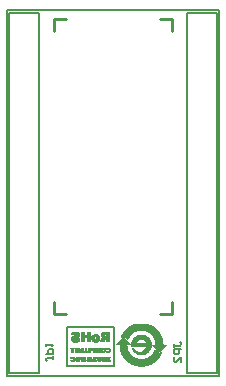
<source format=gbo>
*
%LPD*%
%LNMS 2x2D12 Adapter to DIL24_Rev1.0.GBO*%
%FSLAX24Y24*%
%MOIN*%
%AD*%
%ADD10C,0.00787*%
%ADD14C,0.01*%
%ADD37C,0.0015*%
%ADD39C,0.0063*%
%ADD40C,0.007*%
G54D10*
%SRX1Y1I0.0J0.0*%
G1X6409Y-5750D2*
G1X6409Y5500D1*
G1X6409Y-6500D2*
G1X6409Y-5750D1*
G1X5409Y-6500D2*
G1X6409Y-6500D1*
G1X5409Y-6500D2*
G1X5409Y5500D1*
G1X6409Y5500D1*
G1X-500Y-6500D2*
G1X-500Y4750D1*
G1X-500Y5500D1*
G1X500Y5500D1*
G1X500Y-6500D2*
G1X500Y5500D1*
G1X-500Y-6500D2*
G1X500Y-6500D1*
G1X986Y-4546D2*
G54D14*
G1X1379Y-4546D1*
G1X986Y-4546D2*
G1X986Y-4152D1*
G1X4529Y-4546D2*
G1X4923Y-4546D1*
G1X4923Y-4152D1*
G1X4923Y4903D2*
G1X4923Y5297D1*
G1X4529Y5297D2*
G1X4923Y5297D1*
G1X986Y5297D2*
G1X1379Y5297D1*
G1X986Y4903D2*
G1X986Y5297D1*
G1X3421Y-6097D2*
G54D37*
G1X4361Y-6097D1*
G1X3411Y-6087D2*
G1X4371Y-6087D1*
G1X3401Y-6077D2*
G1X4381Y-6077D1*
G1X3391Y-6067D2*
G1X4391Y-6067D1*
G1X3381Y-6057D2*
G1X4401Y-6057D1*
G1X3371Y-6047D2*
G1X3881Y-6047D1*
G1X3901Y-6047D2*
G1X4411Y-6047D1*
G1X3361Y-6037D2*
G1X3791Y-6037D1*
G1X3991Y-6037D2*
G1X4421Y-6037D1*
G1X3351Y-6027D2*
G1X3761Y-6027D1*
G1X4031Y-6027D2*
G1X4431Y-6027D1*
G1X3341Y-6017D2*
G1X3721Y-6017D1*
G1X4061Y-6017D2*
G1X4441Y-6017D1*
G1X3331Y-6007D2*
G1X3691Y-6007D1*
G1X4091Y-6007D2*
G1X4451Y-6007D1*
G1X3321Y-5997D2*
G1X3671Y-5997D1*
G1X4101Y-5997D2*
G1X4461Y-5997D1*
G1X3321Y-5987D2*
G1X3651Y-5987D1*
G1X4121Y-5987D2*
G1X4461Y-5987D1*
G1X3311Y-5977D2*
G1X3641Y-5977D1*
G1X4141Y-5977D2*
G1X4471Y-5977D1*
G1X3301Y-5967D2*
G1X3621Y-5967D1*
G1X4161Y-5967D2*
G1X4481Y-5967D1*
G1X3301Y-5957D2*
G1X3601Y-5957D1*
G1X4171Y-5957D2*
G1X4481Y-5957D1*
G1X3291Y-5947D2*
G1X3591Y-5947D1*
G1X4191Y-5947D2*
G1X4491Y-5947D1*
G1X3281Y-5937D2*
G1X3581Y-5937D1*
G1X4201Y-5937D2*
G1X4501Y-5937D1*
G1X3281Y-5927D2*
G1X3571Y-5927D1*
G1X4211Y-5927D2*
G1X4501Y-5927D1*
G1X3271Y-5917D2*
G1X3561Y-5917D1*
G1X4231Y-5917D2*
G1X4511Y-5917D1*
G1X3261Y-5907D2*
G1X3551Y-5907D1*
G1X4231Y-5907D2*
G1X4521Y-5907D1*
G1X3261Y-5897D2*
G1X3531Y-5897D1*
G1X4251Y-5897D2*
G1X4521Y-5897D1*
G1X3251Y-5887D2*
G1X3531Y-5887D1*
G1X3861Y-5887D2*
G1X3911Y-5887D1*
G1X4251Y-5887D2*
G1X4531Y-5887D1*
G1X3251Y-5877D2*
G1X3521Y-5877D1*
G1X3801Y-5877D2*
G1X3981Y-5877D1*
G1X4261Y-5877D2*
G1X4531Y-5877D1*
G1X3241Y-5867D2*
G1X3511Y-5867D1*
G1X3771Y-5867D2*
G1X4011Y-5867D1*
G1X4271Y-5867D2*
G1X4541Y-5867D1*
G1X3241Y-5857D2*
G1X3501Y-5857D1*
G1X3751Y-5857D2*
G1X4031Y-5857D1*
G1X4281Y-5857D2*
G1X4541Y-5857D1*
G1X3231Y-5847D2*
G1X3491Y-5847D1*
G1X3731Y-5847D2*
G1X4051Y-5847D1*
G1X4291Y-5847D2*
G1X4481Y-5847D1*
G1X4501Y-5847D2*
G1X4551Y-5847D1*
G1X3231Y-5837D2*
G1X3491Y-5837D1*
G1X3711Y-5837D2*
G1X4061Y-5837D1*
G1X4291Y-5837D2*
G1X4471Y-5837D1*
G1X4511Y-5837D2*
G1X4551Y-5837D1*
G1X3221Y-5827D2*
G1X3481Y-5827D1*
G1X3701Y-5827D2*
G1X4081Y-5827D1*
G1X4301Y-5827D2*
G1X4461Y-5827D1*
G1X4521Y-5827D2*
G1X4551Y-5827D1*
G1X3221Y-5817D2*
G1X3481Y-5817D1*
G1X3691Y-5817D2*
G1X4091Y-5817D1*
G1X4311Y-5817D2*
G1X4451Y-5817D1*
G1X4531Y-5817D2*
G1X4561Y-5817D1*
G1X3221Y-5807D2*
G1X3471Y-5807D1*
G1X3681Y-5807D2*
G1X4101Y-5807D1*
G1X4311Y-5807D2*
G1X4441Y-5807D1*
G1X4541Y-5807D2*
G1X4561Y-5807D1*
G1X3221Y-5797D2*
G1X3461Y-5797D1*
G1X3661Y-5797D2*
G1X3811Y-5797D1*
G1X3851Y-5797D2*
G1X4111Y-5797D1*
G1X4321Y-5797D2*
G1X4431Y-5797D1*
G1X4551Y-5797D2*
G1X4561Y-5797D1*
G1X3211Y-5787D2*
G1X3451Y-5787D1*
G1X3651Y-5787D2*
G1X3751Y-5787D1*
G1X3911Y-5787D2*
G1X4131Y-5787D1*
G1X4321Y-5787D2*
G1X4421Y-5787D1*
G1X4481Y-5787D2*
G1X4501Y-5787D1*
G1X3211Y-5777D2*
G1X3451Y-5777D1*
G1X3641Y-5777D2*
G1X3731Y-5777D1*
G1X3931Y-5777D2*
G1X4131Y-5777D1*
G1X4331Y-5777D2*
G1X4411Y-5777D1*
G1X4471Y-5777D2*
G1X4511Y-5777D1*
G1X3201Y-5767D2*
G1X3451Y-5767D1*
G1X3631Y-5767D2*
G1X3711Y-5767D1*
G1X3961Y-5767D2*
G1X4141Y-5767D1*
G1X4331Y-5767D2*
G1X4401Y-5767D1*
G1X4461Y-5767D2*
G1X4521Y-5767D1*
G1X3201Y-5757D2*
G1X3441Y-5757D1*
G1X3631Y-5757D2*
G1X3691Y-5757D1*
G1X3971Y-5757D2*
G1X4151Y-5757D1*
G1X4341Y-5757D2*
G1X4391Y-5757D1*
G1X4451Y-5757D2*
G1X4531Y-5757D1*
G1X3201Y-5747D2*
G1X3441Y-5747D1*
G1X3621Y-5747D2*
G1X3681Y-5747D1*
G1X3981Y-5747D2*
G1X4161Y-5747D1*
G1X4341Y-5747D2*
G1X4381Y-5747D1*
G1X4441Y-5747D2*
G1X4541Y-5747D1*
G1X3191Y-5737D2*
G1X3431Y-5737D1*
G1X3611Y-5737D2*
G1X3671Y-5737D1*
G1X3991Y-5737D2*
G1X4161Y-5737D1*
G1X4351Y-5737D2*
G1X4371Y-5737D1*
G1X4431Y-5737D2*
G1X4551Y-5737D1*
G1X3191Y-5727D2*
G1X3431Y-5727D1*
G1X3611Y-5727D2*
G1X3661Y-5727D1*
G1X4001Y-5727D2*
G1X4171Y-5727D1*
G1X4421Y-5727D2*
G1X4561Y-5727D1*
G1X3191Y-5717D2*
G1X3431Y-5717D1*
G1X3601Y-5717D2*
G1X3651Y-5717D1*
G1X4011Y-5717D2*
G1X4181Y-5717D1*
G1X4411Y-5717D2*
G1X4571Y-5717D1*
G1X3191Y-5707D2*
G1X3421Y-5707D1*
G1X3601Y-5707D2*
G1X3641Y-5707D1*
G1X4021Y-5707D2*
G1X4181Y-5707D1*
G1X4391Y-5707D2*
G1X4581Y-5707D1*
G1X3191Y-5697D2*
G1X3421Y-5697D1*
G1X3591Y-5697D2*
G1X3631Y-5697D1*
G1X4031Y-5697D2*
G1X4191Y-5697D1*
G1X4391Y-5697D2*
G1X4591Y-5697D1*
G1X3191Y-5687D2*
G1X3421Y-5687D1*
G1X3591Y-5687D2*
G1X3631Y-5687D1*
G1X4041Y-5687D2*
G1X4191Y-5687D1*
G1X4381Y-5687D2*
G1X4601Y-5687D1*
G1X3181Y-5677D2*
G1X3411Y-5677D1*
G1X4041Y-5677D2*
G1X4191Y-5677D1*
G1X4371Y-5677D2*
G1X4611Y-5677D1*
G1X3181Y-5667D2*
G1X3411Y-5667D1*
G1X4051Y-5667D2*
G1X4201Y-5667D1*
G1X4361Y-5667D2*
G1X4621Y-5667D1*
G1X3181Y-5657D2*
G1X3411Y-5657D1*
G1X4051Y-5657D2*
G1X4201Y-5657D1*
G1X4351Y-5657D2*
G1X4631Y-5657D1*
G1X3181Y-5647D2*
G1X3411Y-5647D1*
G1X4061Y-5647D2*
G1X4201Y-5647D1*
G1X4341Y-5647D2*
G1X4641Y-5647D1*
G1X3181Y-5637D2*
G1X3411Y-5637D1*
G1X4061Y-5637D2*
G1X4211Y-5637D1*
G1X4331Y-5637D2*
G1X4651Y-5637D1*
G1X3181Y-5627D2*
G1X3411Y-5627D1*
G1X4061Y-5627D2*
G1X4211Y-5627D1*
G1X4321Y-5627D2*
G1X4661Y-5627D1*
G1X3181Y-5617D2*
G1X3401Y-5617D1*
G1X4071Y-5617D2*
G1X4211Y-5617D1*
G1X4311Y-5617D2*
G1X4671Y-5617D1*
G1X3181Y-5607D2*
G1X3401Y-5607D1*
G1X3571Y-5607D2*
G1X4211Y-5607D1*
G1X4301Y-5607D2*
G1X4681Y-5607D1*
G1X3181Y-5597D2*
G1X3401Y-5597D1*
G1X3561Y-5597D2*
G1X4211Y-5597D1*
G1X4291Y-5597D2*
G1X4691Y-5597D1*
G1X3181Y-5587D2*
G1X3401Y-5587D1*
G1X3561Y-5587D2*
G1X4221Y-5587D1*
G1X4281Y-5587D2*
G1X4691Y-5587D1*
G1X3181Y-5577D2*
G1X3401Y-5577D1*
G1X3561Y-5577D2*
G1X4221Y-5577D1*
G1X4281Y-5577D2*
G1X4701Y-5577D1*
G1X3181Y-5567D2*
G1X3401Y-5567D1*
G1X3561Y-5567D2*
G1X4221Y-5567D1*
G1X4271Y-5567D2*
G1X4711Y-5567D1*
G1X3171Y-5557D2*
G1X3401Y-5557D1*
G1X3561Y-5557D2*
G1X4221Y-5557D1*
G1X4371Y-5557D2*
G1X4611Y-5557D1*
G1X3071Y-5547D2*
G1X3521Y-5547D1*
G1X3561Y-5547D2*
G1X4221Y-5547D1*
G1X4381Y-5547D2*
G1X4601Y-5547D1*
G1X3071Y-5537D2*
G1X3521Y-5537D1*
G1X3561Y-5537D2*
G1X4221Y-5537D1*
G1X4381Y-5537D2*
G1X4601Y-5537D1*
G1X3081Y-5527D2*
G1X3501Y-5527D1*
G1X3561Y-5527D2*
G1X4211Y-5527D1*
G1X4381Y-5527D2*
G1X4601Y-5527D1*
G1X3091Y-5517D2*
G1X3491Y-5517D1*
G1X3561Y-5517D2*
G1X4211Y-5517D1*
G1X4381Y-5517D2*
G1X4601Y-5517D1*
G1X3101Y-5507D2*
G1X3481Y-5507D1*
G1X3571Y-5507D2*
G1X3721Y-5507D1*
G1X4061Y-5507D2*
G1X4211Y-5507D1*
G1X4381Y-5507D2*
G1X4601Y-5507D1*
G1X3111Y-5497D2*
G1X3471Y-5497D1*
G1X3571Y-5497D2*
G1X3711Y-5497D1*
G1X4061Y-5497D2*
G1X4211Y-5497D1*
G1X4371Y-5497D2*
G1X4601Y-5497D1*
G1X3121Y-5487D2*
G1X3461Y-5487D1*
G1X3571Y-5487D2*
G1X3721Y-5487D1*
G1X4061Y-5487D2*
G1X4211Y-5487D1*
G1X4371Y-5487D2*
G1X4601Y-5487D1*
G1X3131Y-5477D2*
G1X3451Y-5477D1*
G1X3571Y-5477D2*
G1X3721Y-5477D1*
G1X4061Y-5477D2*
G1X4211Y-5477D1*
G1X4371Y-5477D2*
G1X4601Y-5477D1*
G1X3141Y-5467D2*
G1X3441Y-5467D1*
G1X3581Y-5467D2*
G1X3731Y-5467D1*
G1X4051Y-5467D2*
G1X4211Y-5467D1*
G1X4371Y-5467D2*
G1X4601Y-5467D1*
G1X3151Y-5457D2*
G1X3431Y-5457D1*
G1X3581Y-5457D2*
G1X3731Y-5457D1*
G1X4041Y-5457D2*
G1X4201Y-5457D1*
G1X4371Y-5457D2*
G1X4601Y-5457D1*
G1X3161Y-5447D2*
G1X3421Y-5447D1*
G1X3581Y-5447D2*
G1X3741Y-5447D1*
G1X4041Y-5447D2*
G1X4191Y-5447D1*
G1X4361Y-5447D2*
G1X4591Y-5447D1*
G1X3171Y-5437D2*
G1X3411Y-5437D1*
G1X3591Y-5437D2*
G1X3751Y-5437D1*
G1X4031Y-5437D2*
G1X4191Y-5437D1*
G1X4361Y-5437D2*
G1X4591Y-5437D1*
G1X3181Y-5427D2*
G1X3401Y-5427D1*
G1X3591Y-5427D2*
G1X3761Y-5427D1*
G1X4021Y-5427D2*
G1X4191Y-5427D1*
G1X4361Y-5427D2*
G1X4591Y-5427D1*
G1X3191Y-5417D2*
G1X3391Y-5417D1*
G1X3601Y-5417D2*
G1X3771Y-5417D1*
G1X4011Y-5417D2*
G1X4191Y-5417D1*
G1X4361Y-5417D2*
G1X4591Y-5417D1*
G1X3201Y-5407D2*
G1X3381Y-5407D1*
G1X3601Y-5407D2*
G1X3781Y-5407D1*
G1X4001Y-5407D2*
G1X4181Y-5407D1*
G1X4351Y-5407D2*
G1X4591Y-5407D1*
G1X3211Y-5397D2*
G1X3371Y-5397D1*
G1X3611Y-5397D2*
G1X3801Y-5397D1*
G1X3981Y-5397D2*
G1X4171Y-5397D1*
G1X4351Y-5397D2*
G1X4591Y-5397D1*
G1X3221Y-5387D2*
G1X3361Y-5387D1*
G1X3611Y-5387D2*
G1X3821Y-5387D1*
G1X3961Y-5387D2*
G1X4171Y-5387D1*
G1X4351Y-5387D2*
G1X4581Y-5387D1*
G1X3231Y-5377D2*
G1X3351Y-5377D1*
G1X3421Y-5377D2*
G1X3441Y-5377D1*
G1X3621Y-5377D2*
G1X3851Y-5377D1*
G1X3931Y-5377D2*
G1X4161Y-5377D1*
G1X4341Y-5377D2*
G1X4581Y-5377D1*
G1X3241Y-5367D2*
G1X3341Y-5367D1*
G1X3411Y-5367D2*
G1X3441Y-5367D1*
G1X3631Y-5367D2*
G1X4151Y-5367D1*
G1X4341Y-5367D2*
G1X4581Y-5367D1*
G1X3251Y-5357D2*
G1X3331Y-5357D1*
G1X3401Y-5357D2*
G1X3451Y-5357D1*
G1X3631Y-5357D2*
G1X4151Y-5357D1*
G1X4331Y-5357D2*
G1X4581Y-5357D1*
G1X3261Y-5347D2*
G1X3321Y-5347D1*
G1X3391Y-5347D2*
G1X3451Y-5347D1*
G1X3641Y-5347D2*
G1X4141Y-5347D1*
G1X4331Y-5347D2*
G1X4571Y-5347D1*
G1X3271Y-5337D2*
G1X3311Y-5337D1*
G1X3381Y-5337D2*
G1X3451Y-5337D1*
G1X3651Y-5337D2*
G1X4131Y-5337D1*
G1X4321Y-5337D2*
G1X4571Y-5337D1*
G1X3281Y-5327D2*
G1X3301Y-5327D1*
G1X3371Y-5327D2*
G1X3461Y-5327D1*
G1X3661Y-5327D2*
G1X4121Y-5327D1*
G1X4321Y-5327D2*
G1X4571Y-5327D1*
G1X3221Y-5317D2*
G1X3231Y-5317D1*
G1X3361Y-5317D2*
G1X3471Y-5317D1*
G1X3671Y-5317D2*
G1X4111Y-5317D1*
G1X4321Y-5317D2*
G1X4561Y-5317D1*
G1X3221Y-5307D2*
G1X3241Y-5307D1*
G1X3351Y-5307D2*
G1X3471Y-5307D1*
G1X3681Y-5307D2*
G1X4101Y-5307D1*
G1X4311Y-5307D2*
G1X4561Y-5307D1*
G1X3221Y-5297D2*
G1X3251Y-5297D1*
G1X3341Y-5297D2*
G1X3481Y-5297D1*
G1X3691Y-5297D2*
G1X4091Y-5297D1*
G1X4301Y-5297D2*
G1X4551Y-5297D1*
G1X3231Y-5287D2*
G1X3261Y-5287D1*
G1X3331Y-5287D2*
G1X3491Y-5287D1*
G1X3711Y-5287D2*
G1X4071Y-5287D1*
G1X4301Y-5287D2*
G1X4551Y-5287D1*
G1X3231Y-5277D2*
G1X3271Y-5277D1*
G1X3321Y-5277D2*
G1X3491Y-5277D1*
G1X3731Y-5277D2*
G1X4061Y-5277D1*
G1X4291Y-5277D2*
G1X4551Y-5277D1*
G1X3241Y-5267D2*
G1X3281Y-5267D1*
G1X3311Y-5267D2*
G1X3501Y-5267D1*
G1X3741Y-5267D2*
G1X4041Y-5267D1*
G1X4281Y-5267D2*
G1X4541Y-5267D1*
G1X3241Y-5257D2*
G1X3501Y-5257D1*
G1X3761Y-5257D2*
G1X4021Y-5257D1*
G1X4281Y-5257D2*
G1X4541Y-5257D1*
G1X3251Y-5247D2*
G1X3511Y-5247D1*
G1X3791Y-5247D2*
G1X3991Y-5247D1*
G1X4271Y-5247D2*
G1X4541Y-5247D1*
G1X3251Y-5237D2*
G1X3521Y-5237D1*
G1X3841Y-5237D2*
G1X3941Y-5237D1*
G1X4261Y-5237D2*
G1X4531Y-5237D1*
G1X3261Y-5227D2*
G1X3531Y-5227D1*
G1X4251Y-5227D2*
G1X4521Y-5227D1*
G1X3261Y-5217D2*
G1X3541Y-5217D1*
G1X4241Y-5217D2*
G1X4521Y-5217D1*
G1X3271Y-5207D2*
G1X3551Y-5207D1*
G1X4231Y-5207D2*
G1X4511Y-5207D1*
G1X3271Y-5197D2*
G1X3561Y-5197D1*
G1X4221Y-5197D2*
G1X4511Y-5197D1*
G1X3281Y-5187D2*
G1X3571Y-5187D1*
G1X4211Y-5187D2*
G1X4501Y-5187D1*
G1X3291Y-5177D2*
G1X3581Y-5177D1*
G1X4201Y-5177D2*
G1X4491Y-5177D1*
G1X3291Y-5167D2*
G1X3601Y-5167D1*
G1X4181Y-5167D2*
G1X4491Y-5167D1*
G1X3301Y-5157D2*
G1X3611Y-5157D1*
G1X4171Y-5157D2*
G1X4481Y-5157D1*
G1X3311Y-5147D2*
G1X3621Y-5147D1*
G1X4161Y-5147D2*
G1X4471Y-5147D1*
G1X3311Y-5137D2*
G1X3641Y-5137D1*
G1X4141Y-5137D2*
G1X4471Y-5137D1*
G1X3321Y-5127D2*
G1X3661Y-5127D1*
G1X4121Y-5127D2*
G1X4461Y-5127D1*
G1X3331Y-5117D2*
G1X3681Y-5117D1*
G1X4101Y-5117D2*
G1X4451Y-5117D1*
G1X3341Y-5107D2*
G1X3701Y-5107D1*
G1X4081Y-5107D2*
G1X4441Y-5107D1*
G1X3341Y-5097D2*
G1X3731Y-5097D1*
G1X4051Y-5097D2*
G1X4431Y-5097D1*
G1X3351Y-5087D2*
G1X3761Y-5087D1*
G1X4021Y-5087D2*
G1X4431Y-5087D1*
G1X3361Y-5077D2*
G1X3801Y-5077D1*
G1X3991Y-5077D2*
G1X4421Y-5077D1*
G1X3371Y-5067D2*
G1X4411Y-5067D1*
G1X3381Y-5057D2*
G1X4401Y-5057D1*
G1X3391Y-5047D2*
G1X4391Y-5047D1*
G1X3401Y-5037D2*
G1X4381Y-5037D1*
G1X3411Y-5027D2*
G1X4371Y-5027D1*
G1X3421Y-5017D2*
G1X4351Y-5017D1*
G1X3441Y-5007D2*
G1X4341Y-5007D1*
G1X3441Y-4997D2*
G1X4331Y-4997D1*
G1X3461Y-4987D2*
G1X4321Y-4987D1*
G1X3471Y-4977D2*
G1X4311Y-4977D1*
G1X3491Y-4967D2*
G1X4291Y-4967D1*
G1X3501Y-4957D2*
G1X4281Y-4957D1*
G1X3521Y-4947D2*
G1X4261Y-4947D1*
G1X3541Y-4937D2*
G1X4251Y-4937D1*
G1X3551Y-4927D2*
G1X4221Y-4927D1*
G1X3571Y-4917D2*
G1X4211Y-4917D1*
G1X3601Y-4907D2*
G1X4181Y-4907D1*
G1X3611Y-4897D2*
G1X4161Y-4897D1*
G1X3641Y-4887D2*
G1X4131Y-4887D1*
G1X3681Y-4877D2*
G1X4101Y-4877D1*
G1X3711Y-4867D2*
G1X4071Y-4867D1*
G1X3781Y-6267D2*
G1X3991Y-6267D1*
G1X3741Y-6257D2*
G1X4041Y-6257D1*
G1X3701Y-6247D2*
G1X4091Y-6247D1*
G1X3661Y-6237D2*
G1X4121Y-6237D1*
G1X3631Y-6227D2*
G1X4141Y-6227D1*
G1X3611Y-6217D2*
G1X4171Y-6217D1*
G1X3591Y-6207D2*
G1X4201Y-6207D1*
G1X3571Y-6197D2*
G1X4211Y-6197D1*
G1X3551Y-6187D2*
G1X4231Y-6187D1*
G1X3531Y-6177D2*
G1X4251Y-6177D1*
G1X3521Y-6167D2*
G1X4261Y-6167D1*
G1X3501Y-6157D2*
G1X4281Y-6157D1*
G1X3481Y-6147D2*
G1X4291Y-6147D1*
G1X3471Y-6137D2*
G1X4311Y-6137D1*
G1X3461Y-6127D2*
G1X4321Y-6127D1*
G1X3441Y-6117D2*
G1X4341Y-6117D1*
G1X3431Y-6107D2*
G1X4351Y-6107D1*
G1X1571Y-6113D2*
G1X1631Y-6113D1*
G1X1711Y-6113D2*
G1X1841Y-6113D1*
G1X1891Y-6113D2*
G1X1911Y-6113D1*
G1X1961Y-6113D2*
G1X2011Y-6113D1*
G1X2111Y-6113D2*
G1X2161Y-6113D1*
G1X2241Y-6113D2*
G1X2261Y-6113D1*
G1X2281Y-6113D2*
G1X2401Y-6113D1*
G1X2461Y-6113D2*
G1X2511Y-6113D1*
G1X2611Y-6113D2*
G1X2661Y-6113D1*
G1X2731Y-6113D2*
G1X2851Y-6113D1*
G1X1561Y-6103D2*
G1X1651Y-6103D1*
G1X1711Y-6103D2*
G1X1841Y-6103D1*
G1X1891Y-6103D2*
G1X1911Y-6103D1*
G1X1941Y-6103D2*
G1X2031Y-6103D1*
G1X2101Y-6103D2*
G1X2191Y-6103D1*
G1X2241Y-6103D2*
G1X2261Y-6103D1*
G1X2281Y-6103D2*
G1X2401Y-6103D1*
G1X2451Y-6103D2*
G1X2531Y-6103D1*
G1X2601Y-6103D2*
G1X2681Y-6103D1*
G1X2731Y-6103D2*
G1X2851Y-6103D1*
G1X1551Y-6093D2*
G1X1671Y-6093D1*
G1X1711Y-6093D2*
G1X1841Y-6093D1*
G1X1891Y-6093D2*
G1X1911Y-6093D1*
G1X1941Y-6093D2*
G1X2041Y-6093D1*
G1X2091Y-6093D2*
G1X2201Y-6093D1*
G1X2241Y-6093D2*
G1X2261Y-6093D1*
G1X2281Y-6093D2*
G1X2401Y-6093D1*
G1X2441Y-6093D2*
G1X2541Y-6093D1*
G1X2591Y-6093D2*
G1X2691Y-6093D1*
G1X2731Y-6093D2*
G1X2851Y-6093D1*
G1X1541Y-6083D2*
G1X1671Y-6083D1*
G1X1711Y-6083D2*
G1X1841Y-6083D1*
G1X1891Y-6083D2*
G1X1911Y-6083D1*
G1X1931Y-6083D2*
G1X1981Y-6083D1*
G1X2001Y-6083D2*
G1X2051Y-6083D1*
G1X2081Y-6083D2*
G1X2131Y-6083D1*
G1X2151Y-6083D2*
G1X2201Y-6083D1*
G1X2241Y-6083D2*
G1X2261Y-6083D1*
G1X2281Y-6083D2*
G1X2391Y-6083D1*
G1X2431Y-6083D2*
G1X2481Y-6083D1*
G1X2501Y-6083D2*
G1X2551Y-6083D1*
G1X2581Y-6083D2*
G1X2631Y-6083D1*
G1X2651Y-6083D2*
G1X2701Y-6083D1*
G1X2731Y-6083D2*
G1X2841Y-6083D1*
G1X1541Y-6073D2*
G1X1591Y-6073D1*
G1X1621Y-6073D2*
G1X1681Y-6073D1*
G1X1791Y-6073D2*
G1X1841Y-6073D1*
G1X1881Y-6073D2*
G1X1901Y-6073D1*
G1X1931Y-6073D2*
G1X1981Y-6073D1*
G1X2011Y-6073D2*
G1X2021Y-6073D1*
G1X2081Y-6073D2*
G1X2131Y-6073D1*
G1X2161Y-6073D2*
G1X2171Y-6073D1*
G1X2231Y-6073D2*
G1X2251Y-6073D1*
G1X2341Y-6073D2*
G1X2391Y-6073D1*
G1X2431Y-6073D2*
G1X2481Y-6073D1*
G1X2501Y-6073D2*
G1X2551Y-6073D1*
G1X2581Y-6073D2*
G1X2631Y-6073D1*
G1X2651Y-6073D2*
G1X2701Y-6073D1*
G1X2791Y-6073D2*
G1X2841Y-6073D1*
G1X1541Y-6063D2*
G1X1591Y-6063D1*
G1X1631Y-6063D2*
G1X1681Y-6063D1*
G1X1791Y-6063D2*
G1X1841Y-6063D1*
G1X1881Y-6063D2*
G1X1901Y-6063D1*
G1X1931Y-6063D2*
G1X1981Y-6063D1*
G1X2081Y-6063D2*
G1X2131Y-6063D1*
G1X2231Y-6063D2*
G1X2251Y-6063D1*
G1X2321Y-6063D2*
G1X2381Y-6063D1*
G1X2431Y-6063D2*
G1X2481Y-6063D1*
G1X2511Y-6063D2*
G1X2551Y-6063D1*
G1X2581Y-6063D2*
G1X2631Y-6063D1*
G1X2661Y-6063D2*
G1X2701Y-6063D1*
G1X2771Y-6063D2*
G1X2831Y-6063D1*
G1X1641Y-6053D2*
G1X1681Y-6053D1*
G1X1721Y-6053D2*
G1X1841Y-6053D1*
G1X1881Y-6053D2*
G1X1901Y-6053D1*
G1X1931Y-6053D2*
G1X1981Y-6053D1*
G1X2081Y-6053D2*
G1X2171Y-6053D1*
G1X2231Y-6053D2*
G1X2251Y-6053D1*
G1X2311Y-6053D2*
G1X2361Y-6053D1*
G1X2431Y-6053D2*
G1X2481Y-6053D1*
G1X2511Y-6053D2*
G1X2561Y-6053D1*
G1X2581Y-6053D2*
G1X2631Y-6053D1*
G1X2661Y-6053D2*
G1X2711Y-6053D1*
G1X2761Y-6053D2*
G1X2811Y-6053D1*
G1X1641Y-6043D2*
G1X1691Y-6043D1*
G1X1721Y-6043D2*
G1X1841Y-6043D1*
G1X1881Y-6043D2*
G1X1901Y-6043D1*
G1X1931Y-6043D2*
G1X1981Y-6043D1*
G1X2081Y-6043D2*
G1X2191Y-6043D1*
G1X2231Y-6043D2*
G1X2251Y-6043D1*
G1X2301Y-6043D2*
G1X2351Y-6043D1*
G1X2431Y-6043D2*
G1X2481Y-6043D1*
G1X2511Y-6043D2*
G1X2561Y-6043D1*
G1X2581Y-6043D2*
G1X2631Y-6043D1*
G1X2661Y-6043D2*
G1X2711Y-6043D1*
G1X2751Y-6043D2*
G1X2801Y-6043D1*
G1X1641Y-6033D2*
G1X1691Y-6033D1*
G1X1721Y-6033D2*
G1X1841Y-6033D1*
G1X1871Y-6033D2*
G1X1891Y-6033D1*
G1X1931Y-6033D2*
G1X2041Y-6033D1*
G1X2081Y-6033D2*
G1X2201Y-6033D1*
G1X2221Y-6033D2*
G1X2241Y-6033D1*
G1X2291Y-6033D2*
G1X2341Y-6033D1*
G1X2431Y-6033D2*
G1X2481Y-6033D1*
G1X2511Y-6033D2*
G1X2561Y-6033D1*
G1X2581Y-6033D2*
G1X2631Y-6033D1*
G1X2661Y-6033D2*
G1X2711Y-6033D1*
G1X2741Y-6033D2*
G1X2791Y-6033D1*
G1X1631Y-6023D2*
G1X1681Y-6023D1*
G1X1721Y-6023D2*
G1X1841Y-6023D1*
G1X1871Y-6023D2*
G1X1891Y-6023D1*
G1X1941Y-6023D2*
G1X2041Y-6023D1*
G1X2081Y-6023D2*
G1X2131Y-6023D1*
G1X2151Y-6023D2*
G1X2201Y-6023D1*
G1X2221Y-6023D2*
G1X2241Y-6023D1*
G1X2281Y-6023D2*
G1X2331Y-6023D1*
G1X2431Y-6023D2*
G1X2481Y-6023D1*
G1X2511Y-6023D2*
G1X2561Y-6023D1*
G1X2581Y-6023D2*
G1X2631Y-6023D1*
G1X2661Y-6023D2*
G1X2711Y-6023D1*
G1X2731Y-6023D2*
G1X2781Y-6023D1*
G1X1631Y-6013D2*
G1X1681Y-6013D1*
G1X1791Y-6013D2*
G1X1841Y-6013D1*
G1X1871Y-6013D2*
G1X1891Y-6013D1*
G1X1951Y-6013D2*
G1X2041Y-6013D1*
G1X2081Y-6013D2*
G1X2131Y-6013D1*
G1X2161Y-6013D2*
G1X2211Y-6013D1*
G1X2221Y-6013D2*
G1X2241Y-6013D1*
G1X2281Y-6013D2*
G1X2331Y-6013D1*
G1X2431Y-6013D2*
G1X2481Y-6013D1*
G1X2511Y-6013D2*
G1X2551Y-6013D1*
G1X2581Y-6013D2*
G1X2631Y-6013D1*
G1X2661Y-6013D2*
G1X2701Y-6013D1*
G1X2731Y-6013D2*
G1X2781Y-6013D1*
G1X1541Y-6003D2*
G1X1591Y-6003D1*
G1X1621Y-6003D2*
G1X1681Y-6003D1*
G1X1791Y-6003D2*
G1X1841Y-6003D1*
G1X1871Y-6003D2*
G1X1891Y-6003D1*
G1X2001Y-6003D2*
G1X2041Y-6003D1*
G1X2081Y-6003D2*
G1X2131Y-6003D1*
G1X2161Y-6003D2*
G1X2211Y-6003D1*
G1X2221Y-6003D2*
G1X2241Y-6003D1*
G1X2281Y-6003D2*
G1X2331Y-6003D1*
G1X2361Y-6003D2*
G1X2381Y-6003D1*
G1X2431Y-6003D2*
G1X2481Y-6003D1*
G1X2501Y-6003D2*
G1X2551Y-6003D1*
G1X2581Y-6003D2*
G1X2631Y-6003D1*
G1X2651Y-6003D2*
G1X2701Y-6003D1*
G1X2731Y-6003D2*
G1X2781Y-6003D1*
G1X2811Y-6003D2*
G1X2831Y-6003D1*
G1X1541Y-5993D2*
G1X1671Y-5993D1*
G1X1711Y-5993D2*
G1X1841Y-5993D1*
G1X1861Y-5993D2*
G1X1881Y-5993D1*
G1X1941Y-5993D2*
G1X2041Y-5993D1*
G1X2081Y-5993D2*
G1X2131Y-5993D1*
G1X2151Y-5993D2*
G1X2231Y-5993D1*
G1X2281Y-5993D2*
G1X2331Y-5993D1*
G1X2351Y-5993D2*
G1X2401Y-5993D1*
G1X2431Y-5993D2*
G1X2481Y-5993D1*
G1X2501Y-5993D2*
G1X2551Y-5993D1*
G1X2581Y-5993D2*
G1X2631Y-5993D1*
G1X2651Y-5993D2*
G1X2701Y-5993D1*
G1X2731Y-5993D2*
G1X2781Y-5993D1*
G1X2801Y-5993D2*
G1X2851Y-5993D1*
G1X1551Y-5983D2*
G1X1671Y-5983D1*
G1X1711Y-5983D2*
G1X1841Y-5983D1*
G1X1861Y-5983D2*
G1X1881Y-5983D1*
G1X1941Y-5983D2*
G1X2041Y-5983D1*
G1X2091Y-5983D2*
G1X2231Y-5983D1*
G1X2281Y-5983D2*
G1X2401Y-5983D1*
G1X2441Y-5983D2*
G1X2541Y-5983D1*
G1X2591Y-5983D2*
G1X2691Y-5983D1*
G1X2731Y-5983D2*
G1X2851Y-5983D1*
G1X1561Y-5973D2*
G1X1651Y-5973D1*
G1X1711Y-5973D2*
G1X1841Y-5973D1*
G1X1861Y-5973D2*
G1X1881Y-5973D1*
G1X1941Y-5973D2*
G1X2041Y-5973D1*
G1X2101Y-5973D2*
G1X2191Y-5973D1*
G1X2211Y-5973D2*
G1X2231Y-5973D1*
G1X2291Y-5973D2*
G1X2391Y-5973D1*
G1X2451Y-5973D2*
G1X2531Y-5973D1*
G1X2601Y-5973D2*
G1X2681Y-5973D1*
G1X2741Y-5973D2*
G1X2841Y-5973D1*
G1X1571Y-5963D2*
G1X1631Y-5963D1*
G1X1711Y-5963D2*
G1X1841Y-5963D1*
G1X1861Y-5963D2*
G1X1881Y-5963D1*
G1X1941Y-5963D2*
G1X2041Y-5963D1*
G1X2111Y-5963D2*
G1X2161Y-5963D1*
G1X2211Y-5963D2*
G1X2231Y-5963D1*
G1X2301Y-5963D2*
G1X2361Y-5963D1*
G1X2461Y-5963D2*
G1X2511Y-5963D1*
G1X2611Y-5963D2*
G1X2661Y-5963D1*
G1X2751Y-5963D2*
G1X2811Y-5963D1*
G1X1571Y-5813D2*
G1X1621Y-5813D1*
G1X1681Y-5813D2*
G1X1731Y-5813D1*
G1X1771Y-5813D2*
G1X1821Y-5813D1*
G1X1841Y-5813D2*
G1X1891Y-5813D1*
G1X1941Y-5813D2*
G1X1991Y-5813D1*
G1X2011Y-5813D2*
G1X2061Y-5813D1*
G1X2081Y-5813D2*
G1X2191Y-5813D1*
G1X2281Y-5813D2*
G1X2331Y-5813D1*
G1X2361Y-5813D2*
G1X2411Y-5813D1*
G1X2421Y-5813D2*
G1X2461Y-5813D1*
G1X2471Y-5813D2*
G1X2521Y-5813D1*
G1X2571Y-5813D2*
G1X2651Y-5813D1*
G1X2741Y-5813D2*
G1X2811Y-5813D1*
G1X1571Y-5803D2*
G1X1621Y-5803D1*
G1X1681Y-5803D2*
G1X1731Y-5803D1*
G1X1771Y-5803D2*
G1X1821Y-5803D1*
G1X1841Y-5803D2*
G1X1891Y-5803D1*
G1X1941Y-5803D2*
G1X1991Y-5803D1*
G1X2011Y-5803D2*
G1X2061Y-5803D1*
G1X2081Y-5803D2*
G1X2191Y-5803D1*
G1X2281Y-5803D2*
G1X2331Y-5803D1*
G1X2361Y-5803D2*
G1X2521Y-5803D1*
G1X2561Y-5803D2*
G1X2671Y-5803D1*
G1X2721Y-5803D2*
G1X2831Y-5803D1*
G1X1571Y-5793D2*
G1X1621Y-5793D1*
G1X1681Y-5793D2*
G1X1741Y-5793D1*
G1X1771Y-5793D2*
G1X1821Y-5793D1*
G1X1841Y-5793D2*
G1X1991Y-5793D1*
G1X2011Y-5793D2*
G1X2061Y-5793D1*
G1X2081Y-5793D2*
G1X2191Y-5793D1*
G1X2281Y-5793D2*
G1X2331Y-5793D1*
G1X2361Y-5793D2*
G1X2521Y-5793D1*
G1X2551Y-5793D2*
G1X2681Y-5793D1*
G1X2711Y-5793D2*
G1X2841Y-5793D1*
G1X1571Y-5783D2*
G1X1621Y-5783D1*
G1X1681Y-5783D2*
G1X1751Y-5783D1*
G1X1771Y-5783D2*
G1X1821Y-5783D1*
G1X1851Y-5783D2*
G1X1981Y-5783D1*
G1X2011Y-5783D2*
G1X2061Y-5783D1*
G1X2081Y-5783D2*
G1X2191Y-5783D1*
G1X2281Y-5783D2*
G1X2331Y-5783D1*
G1X2361Y-5783D2*
G1X2521Y-5783D1*
G1X2541Y-5783D2*
G1X2691Y-5783D1*
G1X2711Y-5783D2*
G1X2771Y-5783D1*
G1X2791Y-5783D2*
G1X2851Y-5783D1*
G1X1571Y-5773D2*
G1X1621Y-5773D1*
G1X1681Y-5773D2*
G1X1751Y-5773D1*
G1X1771Y-5773D2*
G1X1821Y-5773D1*
G1X1851Y-5773D2*
G1X1981Y-5773D1*
G1X2011Y-5773D2*
G1X2061Y-5773D1*
G1X2141Y-5773D2*
G1X2191Y-5773D1*
G1X2281Y-5773D2*
G1X2331Y-5773D1*
G1X2361Y-5773D2*
G1X2521Y-5773D1*
G1X2541Y-5773D2*
G1X2591Y-5773D1*
G1X2641Y-5773D2*
G1X2691Y-5773D1*
G1X2711Y-5773D2*
G1X2761Y-5773D1*
G1X2801Y-5773D2*
G1X2851Y-5773D1*
G1X1571Y-5763D2*
G1X1621Y-5763D1*
G1X1681Y-5763D2*
G1X1821Y-5763D1*
G1X1851Y-5763D2*
G1X1981Y-5763D1*
G1X2011Y-5763D2*
G1X2061Y-5763D1*
G1X2141Y-5763D2*
G1X2191Y-5763D1*
G1X2281Y-5763D2*
G1X2331Y-5763D1*
G1X2361Y-5763D2*
G1X2521Y-5763D1*
G1X2541Y-5763D2*
G1X2591Y-5763D1*
G1X2641Y-5763D2*
G1X2691Y-5763D1*
G1X2721Y-5763D2*
G1X2761Y-5763D1*
G1X2801Y-5763D2*
G1X2851Y-5763D1*
G1X1571Y-5753D2*
G1X1621Y-5753D1*
G1X1681Y-5753D2*
G1X1821Y-5753D1*
G1X1861Y-5753D2*
G1X1971Y-5753D1*
G1X2011Y-5753D2*
G1X2061Y-5753D1*
G1X2141Y-5753D2*
G1X2191Y-5753D1*
G1X2221Y-5753D2*
G1X2331Y-5753D1*
G1X2361Y-5753D2*
G1X2521Y-5753D1*
G1X2541Y-5753D2*
G1X2591Y-5753D1*
G1X2651Y-5753D2*
G1X2701Y-5753D1*
G1X2811Y-5753D2*
G1X2861Y-5753D1*
G1X1571Y-5743D2*
G1X1621Y-5743D1*
G1X1681Y-5743D2*
G1X1821Y-5743D1*
G1X1861Y-5743D2*
G1X1971Y-5743D1*
G1X2011Y-5743D2*
G1X2061Y-5743D1*
G1X2141Y-5743D2*
G1X2191Y-5743D1*
G1X2211Y-5743D2*
G1X2331Y-5743D1*
G1X2361Y-5743D2*
G1X2521Y-5743D1*
G1X2541Y-5743D2*
G1X2591Y-5743D1*
G1X2651Y-5743D2*
G1X2701Y-5743D1*
G1X2811Y-5743D2*
G1X2861Y-5743D1*
G1X1571Y-5733D2*
G1X1621Y-5733D1*
G1X1681Y-5733D2*
G1X1821Y-5733D1*
G1X1861Y-5733D2*
G1X1971Y-5733D1*
G1X2011Y-5733D2*
G1X2061Y-5733D1*
G1X2141Y-5733D2*
G1X2191Y-5733D1*
G1X2211Y-5733D2*
G1X2331Y-5733D1*
G1X2361Y-5733D2*
G1X2521Y-5733D1*
G1X2541Y-5733D2*
G1X2591Y-5733D1*
G1X2651Y-5733D2*
G1X2701Y-5733D1*
G1X2811Y-5733D2*
G1X2861Y-5733D1*
G1X1571Y-5723D2*
G1X1621Y-5723D1*
G1X1681Y-5723D2*
G1X1821Y-5723D1*
G1X1871Y-5723D2*
G1X1961Y-5723D1*
G1X2011Y-5723D2*
G1X2061Y-5723D1*
G1X2141Y-5723D2*
G1X2191Y-5723D1*
G1X2211Y-5723D2*
G1X2261Y-5723D1*
G1X2281Y-5723D2*
G1X2331Y-5723D1*
G1X2361Y-5723D2*
G1X2521Y-5723D1*
G1X2541Y-5723D2*
G1X2591Y-5723D1*
G1X2641Y-5723D2*
G1X2691Y-5723D1*
G1X2801Y-5723D2*
G1X2851Y-5723D1*
G1X1571Y-5713D2*
G1X1621Y-5713D1*
G1X1681Y-5713D2*
G1X1731Y-5713D1*
G1X1741Y-5713D2*
G1X1821Y-5713D1*
G1X1871Y-5713D2*
G1X1961Y-5713D1*
G1X2011Y-5713D2*
G1X2061Y-5713D1*
G1X2141Y-5713D2*
G1X2191Y-5713D1*
G1X2211Y-5713D2*
G1X2261Y-5713D1*
G1X2281Y-5713D2*
G1X2331Y-5713D1*
G1X2361Y-5713D2*
G1X2521Y-5713D1*
G1X2541Y-5713D2*
G1X2591Y-5713D1*
G1X2641Y-5713D2*
G1X2691Y-5713D1*
G1X2711Y-5713D2*
G1X2761Y-5713D1*
G1X2801Y-5713D2*
G1X2851Y-5713D1*
G1X1571Y-5703D2*
G1X1621Y-5703D1*
G1X1681Y-5703D2*
G1X1731Y-5703D1*
G1X1751Y-5703D2*
G1X1821Y-5703D1*
G1X1871Y-5703D2*
G1X1961Y-5703D1*
G1X2011Y-5703D2*
G1X2061Y-5703D1*
G1X2141Y-5703D2*
G1X2191Y-5703D1*
G1X2211Y-5703D2*
G1X2261Y-5703D1*
G1X2281Y-5703D2*
G1X2331Y-5703D1*
G1X2361Y-5703D2*
G1X2521Y-5703D1*
G1X2541Y-5703D2*
G1X2691Y-5703D1*
G1X2711Y-5703D2*
G1X2771Y-5703D1*
G1X2791Y-5703D2*
G1X2851Y-5703D1*
G1X1521Y-5693D2*
G1X1671Y-5693D1*
G1X1681Y-5693D2*
G1X1731Y-5693D1*
G1X1751Y-5693D2*
G1X1821Y-5693D1*
G1X1881Y-5693D2*
G1X1951Y-5693D1*
G1X2011Y-5693D2*
G1X2061Y-5693D1*
G1X2141Y-5693D2*
G1X2191Y-5693D1*
G1X2211Y-5693D2*
G1X2331Y-5693D1*
G1X2361Y-5693D2*
G1X2521Y-5693D1*
G1X2551Y-5693D2*
G1X2681Y-5693D1*
G1X2711Y-5693D2*
G1X2841Y-5693D1*
G1X1521Y-5683D2*
G1X1671Y-5683D1*
G1X1681Y-5683D2*
G1X1731Y-5683D1*
G1X1761Y-5683D2*
G1X1821Y-5683D1*
G1X1881Y-5683D2*
G1X1951Y-5683D1*
G1X2011Y-5683D2*
G1X2061Y-5683D1*
G1X2141Y-5683D2*
G1X2191Y-5683D1*
G1X2211Y-5683D2*
G1X2331Y-5683D1*
G1X2361Y-5683D2*
G1X2431Y-5683D1*
G1X2451Y-5683D2*
G1X2521Y-5683D1*
G1X2561Y-5683D2*
G1X2671Y-5683D1*
G1X2721Y-5683D2*
G1X2831Y-5683D1*
G1X1521Y-5673D2*
G1X1671Y-5673D1*
G1X1681Y-5673D2*
G1X1731Y-5673D1*
G1X1761Y-5673D2*
G1X1821Y-5673D1*
G1X1881Y-5673D2*
G1X1951Y-5673D1*
G1X2011Y-5673D2*
G1X2061Y-5673D1*
G1X2141Y-5673D2*
G1X2191Y-5673D1*
G1X2221Y-5673D2*
G1X2331Y-5673D1*
G1X2361Y-5673D2*
G1X2421Y-5673D1*
G1X2451Y-5673D2*
G1X2521Y-5673D1*
G1X2571Y-5673D2*
G1X2651Y-5673D1*
G1X2731Y-5673D2*
G1X2811Y-5673D1*
G1X1631Y-5463D2*
G1X1761Y-5463D1*
G1X2311Y-5463D2*
G1X2411Y-5463D1*
G1X1611Y-5453D2*
G1X1791Y-5453D1*
G1X1891Y-5453D2*
G1X2001Y-5453D1*
G1X2091Y-5453D2*
G1X2201Y-5453D1*
G1X2291Y-5453D2*
G1X2441Y-5453D1*
G1X2521Y-5453D2*
G1X2641Y-5453D1*
G1X2731Y-5453D2*
G1X2841Y-5453D1*
G1X1601Y-5443D2*
G1X1801Y-5443D1*
G1X1891Y-5443D2*
G1X2001Y-5443D1*
G1X2091Y-5443D2*
G1X2201Y-5443D1*
G1X2281Y-5443D2*
G1X2451Y-5443D1*
G1X2521Y-5443D2*
G1X2641Y-5443D1*
G1X2731Y-5443D2*
G1X2841Y-5443D1*
G1X1591Y-5433D2*
G1X1811Y-5433D1*
G1X1891Y-5433D2*
G1X2001Y-5433D1*
G1X2091Y-5433D2*
G1X2201Y-5433D1*
G1X2271Y-5433D2*
G1X2461Y-5433D1*
G1X2531Y-5433D2*
G1X2651Y-5433D1*
G1X2731Y-5433D2*
G1X2841Y-5433D1*
G1X1581Y-5423D2*
G1X1821Y-5423D1*
G1X1891Y-5423D2*
G1X2001Y-5423D1*
G1X2091Y-5423D2*
G1X2201Y-5423D1*
G1X2261Y-5423D2*
G1X2471Y-5423D1*
G1X2531Y-5423D2*
G1X2651Y-5423D1*
G1X2731Y-5423D2*
G1X2841Y-5423D1*
G1X1571Y-5413D2*
G1X1831Y-5413D1*
G1X1891Y-5413D2*
G1X2001Y-5413D1*
G1X2091Y-5413D2*
G1X2201Y-5413D1*
G1X2251Y-5413D2*
G1X2481Y-5413D1*
G1X2541Y-5413D2*
G1X2661Y-5413D1*
G1X2731Y-5413D2*
G1X2841Y-5413D1*
G1X1571Y-5403D2*
G1X1831Y-5403D1*
G1X1891Y-5403D2*
G1X2001Y-5403D1*
G1X2091Y-5403D2*
G1X2201Y-5403D1*
G1X2251Y-5403D2*
G1X2481Y-5403D1*
G1X2541Y-5403D2*
G1X2661Y-5403D1*
G1X2731Y-5403D2*
G1X2841Y-5403D1*
G1X1561Y-5393D2*
G1X1681Y-5393D1*
G1X1711Y-5393D2*
G1X1841Y-5393D1*
G1X1891Y-5393D2*
G1X2001Y-5393D1*
G1X2091Y-5393D2*
G1X2201Y-5393D1*
G1X2241Y-5393D2*
G1X2351Y-5393D1*
G1X2381Y-5393D2*
G1X2491Y-5393D1*
G1X2551Y-5393D2*
G1X2671Y-5393D1*
G1X2731Y-5393D2*
G1X2841Y-5393D1*
G1X1561Y-5383D2*
G1X1671Y-5383D1*
G1X1721Y-5383D2*
G1X1841Y-5383D1*
G1X1891Y-5383D2*
G1X2001Y-5383D1*
G1X2091Y-5383D2*
G1X2201Y-5383D1*
G1X2241Y-5383D2*
G1X2341Y-5383D1*
G1X2391Y-5383D2*
G1X2491Y-5383D1*
G1X2551Y-5383D2*
G1X2671Y-5383D1*
G1X2731Y-5383D2*
G1X2841Y-5383D1*
G1X1561Y-5373D2*
G1X1671Y-5373D1*
G1X1731Y-5373D2*
G1X1841Y-5373D1*
G1X1891Y-5373D2*
G1X2001Y-5373D1*
G1X2091Y-5373D2*
G1X2201Y-5373D1*
G1X2241Y-5373D2*
G1X2341Y-5373D1*
G1X2391Y-5373D2*
G1X2491Y-5373D1*
G1X2561Y-5373D2*
G1X2681Y-5373D1*
G1X2731Y-5373D2*
G1X2841Y-5373D1*
G1X1561Y-5363D2*
G1X1671Y-5363D1*
G1X1731Y-5363D2*
G1X1841Y-5363D1*
G1X1891Y-5363D2*
G1X2001Y-5363D1*
G1X2091Y-5363D2*
G1X2201Y-5363D1*
G1X2241Y-5363D2*
G1X2341Y-5363D1*
G1X2391Y-5363D2*
G1X2491Y-5363D1*
G1X2561Y-5363D2*
G1X2681Y-5363D1*
G1X2731Y-5363D2*
G1X2841Y-5363D1*
G1X1561Y-5353D2*
G1X1671Y-5353D1*
G1X1741Y-5353D2*
G1X1841Y-5353D1*
G1X1891Y-5353D2*
G1X2001Y-5353D1*
G1X2091Y-5353D2*
G1X2201Y-5353D1*
G1X2241Y-5353D2*
G1X2341Y-5353D1*
G1X2401Y-5353D2*
G1X2501Y-5353D1*
G1X2571Y-5353D2*
G1X2691Y-5353D1*
G1X2731Y-5353D2*
G1X2841Y-5353D1*
G1X1561Y-5343D2*
G1X1671Y-5343D1*
G1X1891Y-5343D2*
G1X2001Y-5343D1*
G1X2091Y-5343D2*
G1X2201Y-5343D1*
G1X2241Y-5343D2*
G1X2341Y-5343D1*
G1X2401Y-5343D2*
G1X2501Y-5343D1*
G1X2571Y-5343D2*
G1X2691Y-5343D1*
G1X2731Y-5343D2*
G1X2841Y-5343D1*
G1X1561Y-5333D2*
G1X1701Y-5333D1*
G1X1891Y-5333D2*
G1X2001Y-5333D1*
G1X2091Y-5333D2*
G1X2201Y-5333D1*
G1X2241Y-5333D2*
G1X2341Y-5333D1*
G1X2401Y-5333D2*
G1X2501Y-5333D1*
G1X2581Y-5333D2*
G1X2711Y-5333D1*
G1X2731Y-5333D2*
G1X2841Y-5333D1*
G1X1561Y-5323D2*
G1X1741Y-5323D1*
G1X1891Y-5323D2*
G1X2201Y-5323D1*
G1X2241Y-5323D2*
G1X2341Y-5323D1*
G1X2391Y-5323D2*
G1X2491Y-5323D1*
G1X2591Y-5323D2*
G1X2841Y-5323D1*
G1X1571Y-5313D2*
G1X1771Y-5313D1*
G1X1891Y-5313D2*
G1X2201Y-5313D1*
G1X2241Y-5313D2*
G1X2341Y-5313D1*
G1X2391Y-5313D2*
G1X2491Y-5313D1*
G1X2601Y-5313D2*
G1X2841Y-5313D1*
G1X1571Y-5303D2*
G1X1791Y-5303D1*
G1X1891Y-5303D2*
G1X2201Y-5303D1*
G1X2241Y-5303D2*
G1X2341Y-5303D1*
G1X2391Y-5303D2*
G1X2491Y-5303D1*
G1X2581Y-5303D2*
G1X2841Y-5303D1*
G1X1581Y-5293D2*
G1X1801Y-5293D1*
G1X1891Y-5293D2*
G1X2201Y-5293D1*
G1X2241Y-5293D2*
G1X2351Y-5293D1*
G1X2381Y-5293D2*
G1X2491Y-5293D1*
G1X2571Y-5293D2*
G1X2841Y-5293D1*
G1X1591Y-5283D2*
G1X1811Y-5283D1*
G1X1891Y-5283D2*
G1X2201Y-5283D1*
G1X2251Y-5283D2*
G1X2481Y-5283D1*
G1X2561Y-5283D2*
G1X2841Y-5283D1*
G1X1611Y-5273D2*
G1X1821Y-5273D1*
G1X1891Y-5273D2*
G1X2201Y-5273D1*
G1X2251Y-5273D2*
G1X2481Y-5273D1*
G1X2561Y-5273D2*
G1X2841Y-5273D1*
G1X1631Y-5263D2*
G1X1831Y-5263D1*
G1X1891Y-5263D2*
G1X2201Y-5263D1*
G1X2261Y-5263D2*
G1X2471Y-5263D1*
G1X2551Y-5263D2*
G1X2841Y-5263D1*
G1X1661Y-5253D2*
G1X1831Y-5253D1*
G1X1891Y-5253D2*
G1X2201Y-5253D1*
G1X2271Y-5253D2*
G1X2461Y-5253D1*
G1X2551Y-5253D2*
G1X2671Y-5253D1*
G1X2731Y-5253D2*
G1X2841Y-5253D1*
G1X1701Y-5243D2*
G1X1831Y-5243D1*
G1X1891Y-5243D2*
G1X2001Y-5243D1*
G1X2091Y-5243D2*
G1X2201Y-5243D1*
G1X2281Y-5243D2*
G1X2451Y-5243D1*
G1X2551Y-5243D2*
G1X2661Y-5243D1*
G1X2731Y-5243D2*
G1X2841Y-5243D1*
G1X1731Y-5233D2*
G1X1841Y-5233D1*
G1X1891Y-5233D2*
G1X2001Y-5233D1*
G1X2091Y-5233D2*
G1X2201Y-5233D1*
G1X2291Y-5233D2*
G1X2441Y-5233D1*
G1X2551Y-5233D2*
G1X2661Y-5233D1*
G1X2731Y-5233D2*
G1X2841Y-5233D1*
G1X1571Y-5223D2*
G1X1681Y-5223D1*
G1X1731Y-5223D2*
G1X1841Y-5223D1*
G1X1891Y-5223D2*
G1X2001Y-5223D1*
G1X2091Y-5223D2*
G1X2201Y-5223D1*
G1X2311Y-5223D2*
G1X2411Y-5223D1*
G1X2551Y-5223D2*
G1X2661Y-5223D1*
G1X2731Y-5223D2*
G1X2841Y-5223D1*
G1X1571Y-5213D2*
G1X1681Y-5213D1*
G1X1721Y-5213D2*
G1X1831Y-5213D1*
G1X1891Y-5213D2*
G1X2001Y-5213D1*
G1X2091Y-5213D2*
G1X2201Y-5213D1*
G1X2551Y-5213D2*
G1X2671Y-5213D1*
G1X2731Y-5213D2*
G1X2841Y-5213D1*
G1X1571Y-5203D2*
G1X1691Y-5203D1*
G1X1711Y-5203D2*
G1X1831Y-5203D1*
G1X1891Y-5203D2*
G1X2001Y-5203D1*
G1X2091Y-5203D2*
G1X2201Y-5203D1*
G1X2551Y-5203D2*
G1X2841Y-5203D1*
G1X1571Y-5193D2*
G1X1831Y-5193D1*
G1X1891Y-5193D2*
G1X2001Y-5193D1*
G1X2091Y-5193D2*
G1X2201Y-5193D1*
G1X2551Y-5193D2*
G1X2841Y-5193D1*
G1X1581Y-5183D2*
G1X1831Y-5183D1*
G1X1891Y-5183D2*
G1X2001Y-5183D1*
G1X2091Y-5183D2*
G1X2201Y-5183D1*
G1X2561Y-5183D2*
G1X2841Y-5183D1*
G1X1581Y-5173D2*
G1X1821Y-5173D1*
G1X1891Y-5173D2*
G1X2001Y-5173D1*
G1X2091Y-5173D2*
G1X2201Y-5173D1*
G1X2561Y-5173D2*
G1X2841Y-5173D1*
G1X1591Y-5163D2*
G1X1811Y-5163D1*
G1X1891Y-5163D2*
G1X2001Y-5163D1*
G1X2091Y-5163D2*
G1X2201Y-5163D1*
G1X2571Y-5163D2*
G1X2841Y-5163D1*
G1X1601Y-5153D2*
G1X1801Y-5153D1*
G1X1891Y-5153D2*
G1X2001Y-5153D1*
G1X2091Y-5153D2*
G1X2201Y-5153D1*
G1X2581Y-5153D2*
G1X2841Y-5153D1*
G1X1611Y-5143D2*
G1X1781Y-5143D1*
G1X1891Y-5143D2*
G1X2001Y-5143D1*
G1X2091Y-5143D2*
G1X2201Y-5143D1*
G1X2601Y-5143D2*
G1X2841Y-5143D1*
G1X1631Y-5133D2*
G1X1761Y-5133D1*
G1X971Y-5954D2*
G54D40*
G1X971Y-6038D1*
G1X971Y-5996D1*
G1X762Y-5996D1*
G1X721Y-6038D1*
G1X721Y-6079D1*
G1X762Y-6121D1*
G1X721Y-5871D2*
G1X971Y-5871D1*
G1X971Y-5746D1*
G1X929Y-5704D1*
G1X846Y-5704D1*
G1X804Y-5746D1*
G1X804Y-5871D1*
G1X721Y-5621D2*
G1X721Y-5538D1*
G1X721Y-5579D1*
G1X971Y-5579D1*
G1X929Y-5621D1*
G1X4985Y-5642D2*
G1X4985Y-5559D1*
G1X4985Y-5601D1*
G1X5193Y-5601D1*
G1X5234Y-5559D1*
G1X5234Y-5518D1*
G1X5193Y-5476D1*
G1X5234Y-5726D2*
G1X4985Y-5726D1*
G1X4985Y-5851D1*
G1X5026Y-5892D1*
G1X5110Y-5892D1*
G1X5151Y-5851D1*
G1X5151Y-5726D1*
G1X5234Y-6142D2*
G1X5234Y-5976D1*
G1X5068Y-6142D1*
G1X5026Y-6142D1*
G1X4985Y-6101D1*
G1X4985Y-6017D1*
G1X5026Y-5976D1*
G1X1412Y-6292D2*
G54D39*
G1X1412Y-4980D1*
G1X3003Y-4980D1*
G1X3003Y-6292D1*
G1X1412Y-6292D1*
G1X-589Y-6598D2*
G54D10*
G1X-589Y5592D1*
G1X6507Y5592D1*
G1X6507Y-6598D1*
G1X-589Y-6598D1*
M2*

</source>
